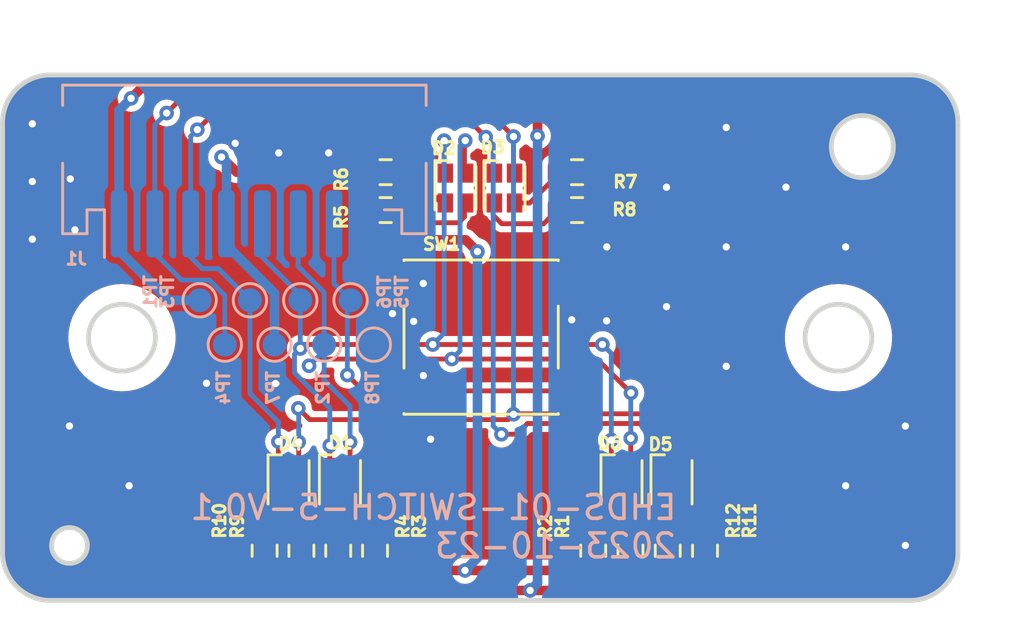
<source format=kicad_pcb>
(kicad_pcb (version 20221018) (generator pcbnew)
  (title_block (title "EHDS-01 Switch-5") (date "2024-01-18") (rev "V0.1") (company "Ovobot") (comment 1 "EHDS-01 Switch-5副板，V0.1，40x22x1.2mm ，FR4，2层，绿油白字，无铅喷锡"))
  (layers (0 "F.Cu" signal) (31 "B.Cu" signal) (34 "B.Paste" user) (35 "F.Paste" user) (36 "B.SilkS" user "B.Silkscreen") (37 "F.SilkS" user "F.Silkscreen") (38 "B.Mask" user) (39 "F.Mask" user) (44 "Edge.Cuts" user))
  (net 0 "")
  (net 1 "GND")
  (net 2 "/CHG_ON_LED")
  (net 3 "/CHG_DONE_LED")
  (net 4 "+3V3")
  (net 5 "/LED_BLUE")
  (net 6 "/LED_RED")
  (net 7 "/IR_OUT")
  (net 8 "VPP")
  (net 9 "Net-(D1-A1)")
  (net 10 "Net-(D1-A2)")
  (net 11 "Net-(D2-A1)")
  (net 12 "Net-(D2-A2)")
  (net 13 "Net-(D3-A1)")
  (net 14 "Net-(D3-A2)")
  (net 15 "Net-(D4-A1)")
  (net 16 "Net-(D4-A2)")
  (net 17 "Net-(D5-A1)")
  (net 18 "Net-(D5-A2)")
  (net 19 "Net-(D6-A1)")
  (net 20 "Net-(D6-A2)")
  (footprint "Resistor_SMD:R_0603_1608Metric" (layer "F.Cu") (at 143.481333 130.053 -90)
    (fp_text reference "R9" (at -1.014 2.687333 90) (layer "F.SilkS") (effects (font (size 0.508 0.508))))
    (fp_text value "10K")
    (fp_line (start -0.237258 -0.5225) (end 0.237258 -0.5225) (stroke (width 0.12)) (layer "F.SilkS"))
    (fp_line (start -0.237258 0.5225) (end 0.237258 0.5225) (stroke (width 0.12)) (layer "F.SilkS"))
    (pad "1" smd roundrect (at -0.825 0 270) (size 0.8 0.95) (layers "F.Cu" "F.Paste" "F.Mask") (net 15 "Net-(D4-A1)"))
    (pad "2" smd roundrect (at 0.825 0 270) (size 0.8 0.95) (layers "F.Cu" "F.Paste" "F.Mask") (net 8 "VPP"))
  )
  (footprint "Ovo_LED_SMD:LED_Dual_1.6x1.5mm" (layer "F.Cu") (at 156.883 127.187 90)
    (fp_text reference "D6" (at 1.623 -0.486 unlocked) (layer "F.SilkS") (effects (font (size 0.508 0.508))))
    (fp_text value "LED_Dual_Red_Blue_AKAK")
    (fp_line (start -0.91 -0.86) (end 1.15 -0.86) (stroke (width 0.12)) (layer "F.SilkS"))
    (fp_line (start -0.91 0.86) (end 0.91 0.86) (stroke (width 0.12)) (layer "F.SilkS"))
    (fp_line (start 1.15 -0.86) (end 1.15 -0.3) (stroke (width 0.12)) (layer "F.SilkS"))
    (pad "1" smd rect (at -0.625 0.425 90) (size 0.8 0.65) (layers "F.Cu" "F.Paste" "F.Mask") (net 19 "Net-(D6-A1)"))
    (pad "2" smd rect (at 0.625 0.425 90) (size 0.8 0.65) (layers "F.Cu" "F.Paste" "F.Mask") (net 6 "/LED_RED"))
    (pad "3" smd rect (at -0.625 -0.425 90) (size 0.8 0.65) (layers "F.Cu" "F.Paste" "F.Mask") (net 20 "Net-(D6-A2)"))
    (pad "4" smd rect (at 0.625 -0.425 90) (size 0.8 0.65) (layers "F.Cu" "F.Paste" "F.Mask") (net 5 "/LED_BLUE"))
  )
  (footprint "Resistor_SMD:R_0603_1608Metric" (layer "F.Cu") (at 155.022 114.204)
    (fp_text reference "R7" (at 2.025 0.405) (layer "F.SilkS") (effects (font (size 0.508 0.508))))
    (fp_text value "20K")
    (fp_line (start -0.237258 -0.5225) (end 0.237258 -0.5225) (stroke (width 0.12)) (layer "F.SilkS"))
    (fp_line (start -0.237258 0.5225) (end 0.237258 0.5225) (stroke (width 0.12)) (layer "F.SilkS"))
    (pad "1" smd roundrect (at -0.825 0) (size 0.8 0.95) (layers "F.Cu" "F.Paste" "F.Mask") (net 13 "Net-(D3-A1)"))
    (pad "2" smd roundrect (at 0.825 0) (size 0.8 0.95) (layers "F.Cu" "F.Paste" "F.Mask") (net 8 "VPP"))
  )
  (footprint "Resistor_SMD:R_0603_1608Metric" (layer "F.Cu") (at 141.94 130.053 -90)
    (fp_text reference "R10" (at -1.255905 1.887 90) (layer "F.SilkS") (effects (font (size 0.508 0.508))))
    (fp_text value "10K")
    (fp_line (start -0.237258 -0.5225) (end 0.237258 -0.5225) (stroke (width 0.12)) (layer "F.SilkS"))
    (fp_line (start -0.237258 0.5225) (end 0.237258 0.5225) (stroke (width 0.12)) (layer "F.SilkS"))
    (pad "1" smd roundrect (at -0.825 0 270) (size 0.8 0.95) (layers "F.Cu" "F.Paste" "F.Mask") (net 16 "Net-(D4-A2)"))
    (pad "2" smd roundrect (at 0.825 0 270) (size 0.8 0.95) (layers "F.Cu" "F.Paste" "F.Mask") (net 8 "VPP"))
  )
  (footprint "Ovo_LED_SMD:LED_Dual_1.6x1.5mm" (layer "F.Cu") (at 142.943 127.187 90)
    (fp_text reference "D4" (at 1.60222 0.072873 unlocked) (layer "F.SilkS") (effects (font (size 0.508 0.508))))
    (fp_text value "LED_Dual_Orange_Green_AKAK")
    (fp_line (start -0.91 -0.86) (end 1.15 -0.86) (stroke (width 0.12)) (layer "F.SilkS"))
    (fp_line (start -0.91 0.86) (end 0.91 0.86) (stroke (width 0.12)) (layer "F.SilkS"))
    (fp_line (start 1.15 -0.86) (end 1.15 -0.3) (stroke (width 0.12)) (layer "F.SilkS"))
    (pad "1" smd rect (at -0.625 0.425 90) (size 0.8 0.65) (layers "F.Cu" "F.Paste" "F.Mask") (net 15 "Net-(D4-A1)"))
    (pad "2" smd rect (at 0.625 0.425 90) (size 0.8 0.65) (layers "F.Cu" "F.Paste" "F.Mask") (net 2 "/CHG_ON_LED"))
    (pad "3" smd rect (at -0.625 -0.425 90) (size 0.8 0.65) (layers "F.Cu" "F.Paste" "F.Mask") (net 16 "Net-(D4-A2)"))
    (pad "4" smd rect (at 0.625 -0.425 90) (size 0.8 0.65) (layers "F.Cu" "F.Paste" "F.Mask") (net 3 "/CHG_DONE_LED"))
  )
  (footprint "Ovo_LED_SMD:LED_Dual_1.6x1.5mm" (layer "F.Cu") (at 158.977 127.187 90)
    (fp_text reference "D5" (at 1.587 -0.457 unlocked) (layer "F.SilkS") (effects (font (size 0.508 0.508))))
    (fp_text value "LED_Dual_Orange_Green_AKAK")
    (fp_line (start -0.91 -0.86) (end 1.15 -0.86) (stroke (width 0.12)) (layer "F.SilkS"))
    (fp_line (start -0.91 0.86) (end 0.91 0.86) (stroke (width 0.12)) (layer "F.SilkS"))
    (fp_line (start 1.15 -0.86) (end 1.15 -0.3) (stroke (width 0.12)) (layer "F.SilkS"))
    (pad "1" smd rect (at -0.625 0.425 90) (size 0.8 0.65) (layers "F.Cu" "F.Paste" "F.Mask") (net 17 "Net-(D5-A1)"))
    (pad "2" smd rect (at 0.625 0.425 90) (size 0.8 0.65) (layers "F.Cu" "F.Paste" "F.Mask") (net 2 "/CHG_ON_LED"))
    (pad "3" smd rect (at -0.625 -0.425 90) (size 0.8 0.65) (layers "F.Cu" "F.Paste" "F.Mask") (net 18 "Net-(D5-A2)"))
    (pad "4" smd rect (at 0.625 -0.425 90) (size 0.8 0.65) (layers "F.Cu" "F.Paste" "F.Mask") (net 3 "/CHG_DONE_LED"))
  )
  (footprint "Resistor_SMD:R_0603_1608Metric" (layer "F.Cu") (at 155.022 115.79)
    (fp_text reference "R8" (at 1.985 -0.018) (layer "F.SilkS") (effects (font (size 0.508 0.508))))
    (fp_text value "20K")
    (fp_line (start -0.237258 -0.5225) (end 0.237258 -0.5225) (stroke (width 0.12)) (layer "F.SilkS"))
    (fp_line (start -0.237258 0.5225) (end 0.237258 0.5225) (stroke (width 0.12)) (layer "F.SilkS"))
    (pad "1" smd roundrect (at -0.825 0) (size 0.8 0.95) (layers "F.Cu" "F.Paste" "F.Mask") (net 14 "Net-(D3-A2)"))
    (pad "2" smd roundrect (at 0.825 0) (size 0.8 0.95) (layers "F.Cu" "F.Paste" "F.Mask") (net 8 "VPP"))
  )
  (footprint "Resistor_SMD:R_0603_1608Metric" (layer "F.Cu") (at 147.007 115.79 180)
    (fp_text reference "R5" (at 1.861 -0.293 90) (layer "F.SilkS") (effects (font (size 0.508 0.508))))
    (fp_text value "1K")
    (fp_line (start -0.237258 -0.5225) (end 0.237258 -0.5225) (stroke (width 0.12)) (layer "F.SilkS"))
    (fp_line (start -0.237258 0.5225) (end 0.237258 0.5225) (stroke (width 0.12)) (layer "F.SilkS"))
    (pad "1" smd roundrect (at -0.825 0 180) (size 0.8 0.95) (layers "F.Cu" "F.Paste" "F.Mask") (net 11 "Net-(D2-A1)"))
    (pad "2" smd roundrect (at 0.825 0 180) (size 0.8 0.95) (layers "F.Cu" "F.Paste" "F.Mask") (net 4 "+3V3"))
  )
  (footprint "Ovo_LED_SMD:LED_Dual_1.6x1.5mm" (layer "F.Cu") (at 151.983 114.869 90)
    (fp_text reference "D3" (at 1.702 -0.496 unlocked) (layer "F.SilkS") (effects (font (size 0.508 0.508))))
    (fp_text value "LED_Dual_Orange_Green_AKAK")
    (fp_line (start -0.91 -0.86) (end 1.15 -0.86) (stroke (width 0.12)) (layer "F.SilkS"))
    (fp_line (start -0.91 0.86) (end 0.91 0.86) (stroke (width 0.12)) (layer "F.SilkS"))
    (fp_line (start 1.15 -0.86) (end 1.15 -0.3) (stroke (width 0.12)) (layer "F.SilkS"))
    (pad "1" smd rect (at -0.625 0.425 90) (size 0.8 0.65) (layers "F.Cu" "F.Paste" "F.Mask") (net 13 "Net-(D3-A1)"))
    (pad "2" smd rect (at 0.625 0.425 90) (size 0.8 0.65) (layers "F.Cu" "F.Paste" "F.Mask") (net 2 "/CHG_ON_LED"))
    (pad "3" smd rect (at -0.625 -0.425 90) (size 0.8 0.65) (layers "F.Cu" "F.Paste" "F.Mask") (net 14 "Net-(D3-A2)"))
    (pad "4" smd rect (at 0.625 -0.425 90) (size 0.8 0.65) (layers "F.Cu" "F.Paste" "F.Mask") (net 3 "/CHG_DONE_LED"))
  )
  (footprint "Resistor_SMD:R_0603_1608Metric" (layer "F.Cu") (at 155.698 130.053 -90)
    (fp_text reference "R2" (at -1.014 2.004 90) (layer "F.SilkS") (effects (font (size 0.508 0.508))))
    (fp_text value "330R")
    (fp_line (start -0.237258 -0.5225) (end 0.237258 -0.5225) (stroke (width 0.12)) (layer "F.SilkS"))
    (fp_line (start -0.237258 0.5225) (end 0.237258 0.5225) (stroke (width 0.12)) (layer "F.SilkS"))
    (pad "1" smd roundrect (at -0.825 0 270) (size 0.8 0.95) (layers "F.Cu" "F.Paste" "F.Mask") (net 20 "Net-(D6-A2)"))
    (pad "2" smd roundrect (at 0.825 0 270) (size 0.8 0.95) (layers "F.Cu" "F.Paste" "F.Mask") (net 4 "+3V3"))
  )
  (footprint "Resistor_SMD:R_0603_1608Metric" (layer "F.Cu") (at 146.564 130.053 -90)
    (fp_text reference "R3" (at -1.014 -1.85 90) (layer "F.SilkS") (effects (font (size 0.508 0.508))))
    (fp_text value "330R")
    (fp_line (start -0.237258 -0.5225) (end 0.237258 -0.5225) (stroke (width 0.12)) (layer "F.SilkS"))
    (fp_line (start -0.237258 0.5225) (end 0.237258 0.5225) (stroke (width 0.12)) (layer "F.SilkS"))
    (pad "1" smd roundrect (at -0.825 0 270) (size 0.8 0.95) (layers "F.Cu" "F.Paste" "F.Mask") (net 9 "Net-(D1-A1)"))
    (pad "2" smd roundrect (at 0.825 0 270) (size 0.8 0.95) (layers "F.Cu" "F.Paste" "F.Mask") (net 4 "+3V3"))
  )
  (footprint "Resistor_SMD:R_0603_1608Metric" (layer "F.Cu") (at 158.82 130.053 -90)
    (fp_text reference "R12" (at -1.255905 -2.742104 90) (layer "F.SilkS") (effects (font (size 0.508 0.508))))
    (fp_text value "10K")
    (fp_line (start -0.237258 -0.5225) (end 0.237258 -0.5225) (stroke (width 0.12)) (layer "F.SilkS"))
    (fp_line (start -0.237258 0.5225) (end 0.237258 0.5225) (stroke (width 0.12)) (layer "F.SilkS"))
    (pad "1" smd roundrect (at -0.825 0 270) (size 0.8 0.95) (layers "F.Cu" "F.Paste" "F.Mask") (net 18 "Net-(D5-A2)"))
    (pad "2" smd roundrect (at 0.825 0 270) (size 0.8 0.95) (layers "F.Cu" "F.Paste" "F.Mask") (net 8 "VPP"))
  )
  (footprint "Resistor_SMD:R_0603_1608Metric" (layer "F.Cu") (at 147.007 114.204 180)
    (fp_text reference "R6" (at 1.855 -0.3 90) (layer "F.SilkS") (effects (font (size 0.508 0.508))))
    (fp_text value "1K")
    (fp_line (start -0.237258 -0.5225) (end 0.237258 -0.5225) (stroke (width 0.12)) (layer "F.SilkS"))
    (fp_line (start -0.237258 0.5225) (end 0.237258 0.5225) (stroke (width 0.12)) (layer "F.SilkS"))
    (pad "1" smd roundrect (at -0.825 0 180) (size 0.8 0.95) (layers "F.Cu" "F.Paste" "F.Mask") (net 12 "Net-(D2-A2)"))
    (pad "2" smd roundrect (at 0.825 0 180) (size 0.8 0.95) (layers "F.Cu" "F.Paste" "F.Mask") (net 4 "+3V3"))
  )
  (footprint "Resistor_SMD:R_0603_1608Metric" (layer "F.Cu") (at 160.381 130.053 -90)
    (fp_text reference "R11" (at -1.255905 -1.864 90) (layer "F.SilkS") (effects (font (size 0.508 0.508))))
    (fp_text value "10K")
    (fp_line (start -0.237258 -0.5225) (end 0.237258 -0.5225) (stroke (width 0.12)) (layer "F.SilkS"))
    (fp_line (start -0.237258 0.5225) (end 0.237258 0.5225) (stroke (width 0.12)) (layer "F.SilkS"))
    (pad "1" smd roundrect (at -0.825 0 270) (size 0.8 0.95) (layers "F.Cu" "F.Paste" "F.Mask") (net 17 "Net-(D5-A1)"))
    (pad "2" smd roundrect (at 0.825 0 270) (size 0.8 0.95) (layers "F.Cu" "F.Paste" "F.Mask") (net 8 "VPP"))
  )
  (footprint "Ovo_LED_SMD:LED_Dual_1.6x1.5mm" (layer "F.Cu") (at 145.094 127.187 90)
    (fp_text reference "D1" (at 1.653675 0.021751 unlocked) (layer "F.SilkS") (effects (font (size 0.508 0.508))))
    (fp_text value "LED_Dual_Red_Blue_AKAK")
    (fp_line (start -0.91 -0.86) (end 1.15 -0.86) (stroke (width 0.12)) (layer "F.SilkS"))
    (fp_line (start -0.91 0.86) (end 0.91 0.86) (stroke (width 0.12)) (layer "F.SilkS"))
    (fp_line (start 1.15 -0.86) (end 1.15 -0.3) (stroke (width 0.12)) (layer "F.SilkS"))
    (pad "1" smd rect (at -0.625 0.425 90) (size 0.8 0.65) (layers "F.Cu" "F.Paste" "F.Mask") (net 9 "Net-(D1-A1)"))
    (pad "2" smd rect (at 0.625 0.425 90) (size 0.8 0.65) (layers "F.Cu" "F.Paste" "F.Mask") (net 6 "/LED_RED"))
    (pad "3" smd rect (at -0.625 -0.425 90) (size 0.8 0.65) (layers "F.Cu" "F.Paste" "F.Mask") (net 10 "Net-(D1-A2)"))
    (pad "4" smd rect (at 0.625 -0.425 90) (size 0.8 0.65) (layers "F.Cu" "F.Paste" "F.Mask") (net 5 "/LED_BLUE"))
  )
  (footprint "Resistor_SMD:R_0603_1608Metric" (layer "F.Cu") (at 145.022666 130.053 -90)
    (fp_text reference "R4" (at -1.014 -2.708245 90) (layer "F.SilkS") (effects (font (size 0.508 0.508))))
    (fp_text value "330R")
    (fp_line (start -0.237258 -0.5225) (end 0.237258 -0.5225) (stroke (width 0.12)) (layer "F.SilkS"))
    (fp_line (start -0.237258 0.5225) (end 0.237258 0.5225) (stroke (width 0.12)) (layer "F.SilkS"))
    (pad "1" smd roundrect (at -0.825 0 270) (size 0.8 0.95) (layers "F.Cu" "F.Paste" "F.Mask") (net 10 "Net-(D1-A2)"))
    (pad "2" smd roundrect (at 0.825 0 270) (size 0.8 0.95) (layers "F.Cu" "F.Paste" "F.Mask") (net 4 "+3V3"))
  )
  (footprint "Ovo_LED_SMD:LED_Dual_1.6x1.5mm" (layer "F.Cu") (at 149.931 114.869 90)
    (fp_text reference "D2" (at 1.665 -0.487 unlocked) (layer "F.SilkS") (effects (font (size 0.508 0.508))))
    (fp_text value "LED_Dual_Red_Blue_AKAK")
    (fp_line (start -0.91 -0.86) (end 1.15 -0.86) (stroke (width 0.12)) (layer "F.SilkS"))
    (fp_line (start -0.91 0.86) (end 0.91 0.86) (stroke (width 0.12)) (layer "F.SilkS"))
    (fp_line (start 1.15 -0.86) (end 1.15 -0.3) (stroke (width 0.12)) (layer "F.SilkS"))
    (pad "1" smd rect (at -0.625 0.425 90) (size 0.8 0.65) (layers "F.Cu" "F.Paste" "F.Mask") (net 11 "Net-(D2-A1)"))
    (pad "2" smd rect (at 0.625 0.425 90) (size 0.8 0.65) (layers "F.Cu" "F.Paste" "F.Mask") (net 6 "/LED_RED"))
    (pad "3" smd rect (at -0.625 -0.425 90) (size 0.8 0.65) (layers "F.Cu" "F.Paste" "F.Mask") (net 12 "Net-(D2-A2)"))
    (pad "4" smd rect (at 0.625 -0.425 90) (size 0.8 0.65) (layers "F.Cu" "F.Paste" "F.Mask") (net 5 "/LED_BLUE"))
  )
  (footprint "Resistor_SMD:R_0603_1608Metric" (layer "F.Cu") (at 157.259 130.053 -90)
    (fp_text reference "R1" (at -1.014 2.850292 90) (layer "F.SilkS") (effects (font (size 0.508 0.508))))
    (fp_text value "330R")
    (fp_line (start -0.237258 -0.5225) (end 0.237258 -0.5225) (stroke (width 0.12)) (layer "F.SilkS"))
    (fp_line (start -0.237258 0.5225) (end 0.237258 0.5225) (stroke (width 0.12)) (layer "F.SilkS"))
    (pad "1" smd roundrect (at -0.825 0 270) (size 0.8 0.95) (layers "F.Cu" "F.Paste" "F.Mask") (net 19 "Net-(D6-A1)"))
    (pad "2" smd roundrect (at 0.825 0 270) (size 0.8 0.95) (layers "F.Cu" "F.Paste" "F.Mask") (net 4 "+3V3"))
  )
  (footprint "Ovo_Button_Switch_SMD:SW_Push_1P1T_NO_6x6mm_H5.0mm" (layer "F.Cu") (at 151.006 121.109)
    (fp_text reference "SW1" (at -1.652 -3.893) (layer "F.SilkS") (effects (font (size 0.508 0.508))))
    (fp_text value "6x6x5mm")
    (fp_line (start -3.23 -3.23) (end 3.23 -3.23) (stroke (width 0.12)) (layer "F.SilkS"))
    (fp_line (start -3.23 -3.2) (end -3.23 -3.23) (stroke (width 0.12)) (layer "F.SilkS"))
    (fp_line (start -3.23 -1.3) (end -3.23 1.3) (stroke (width 0.12)) (layer "F.SilkS"))
    (fp_line (start -3.23 3.23) (end -3.23 3.2) (stroke (width 0.12)) (layer "F.SilkS"))
    (fp_line (start -3.23 3.23) (end 3.23 3.23) (stroke (width 0.12)) (layer "F.SilkS"))
    (fp_line (start 3.23 -3.23) (end 3.23 -3.2) (stroke (width 0.12)) (layer "F.SilkS"))
    (fp_line (start 3.23 -1.3) (end 3.23 1.3) (stroke (width 0.12)) (layer "F.SilkS"))
    (fp_line (start 3.23 3.23) (end 3.23 3.2) (stroke (width 0.12)) (layer "F.SilkS"))
    (pad "1" smd rect (at -3.975 -2.25) (size 1.55 1.3) (layers "F.Cu" "F.Paste" "F.Mask") (net 1 "GND"))
    (pad "1" smd rect (at 3.975 -2.25) (size 1.55 1.3) (layers "F.Cu" "F.Paste" "F.Mask") (net 1 "GND"))
    (pad "2" smd rect (at -3.975 2.25) (size 1.55 1.3) (layers "F.Cu" "F.Paste" "F.Mask") (net 7 "/IR_OUT"))
    (pad "2" smd rect (at 3.975 2.25) (size 1.55 1.3) (layers "F.Cu" "F.Paste" "F.Mask") (net 7 "/IR_OUT"))
  )
  (footprint "TestPoint:TestPoint_Pad_D1.0mm" (layer "B.Cu") (at 145.541332 119.567 180)
    (fp_text reference "TP5" (at -2.141668 0.34 90) (layer "B.SilkS") (effects (font (size 0.508 0.508)) (justify mirror)))
    (fp_text value "IR_OUT")
    (fp_circle (center 0 0) (end 0 -0.7) (stroke (width 0.12)) (fill none) (layer "B.SilkS"))
    (pad "1" smd circle (at 0 0 180) (size 1 1) (layers "B.Cu" "B.Mask") (net 7 "/IR_OUT"))
  )
  (footprint "TestPoint:TestPoint_Pad_D1.0mm" (layer "B.Cu") (at 142.353666 121.424 180)
    (fp_text reference "TP7" (at 0.057 -1.812 90) (layer "B.SilkS") (effects (font (size 0.508 0.508)) (justify mirror)))
    (fp_text value "3V3")
    (fp_circle (center 0 0) (end 0 -0.7) (stroke (width 0.12)) (fill none) (layer "B.SilkS"))
    (pad "1" smd circle (at 0 0 180) (size 1 1) (layers "B.Cu" "B.Mask") (net 4 "+3V3"))
  )
  (footprint "Ovo_Connector_JST:JST_ZH_S8B-ZR-SM4-TF_1x08-1MP_P1.50mm_Horizontal" (layer "B.Cu") (at 141.094 114.719)
    (fp_text reference "J1" (at -7.04 3.109 180) (layer "B.SilkS") (effects (font (size 0.508 0.508)) (justify mirror)))
    (fp_text value "ZH1.5MM/8AWSMT")
    (fp_line (start -7.61 -4.16) (end 7.61 -4.16) (stroke (width 0.12)) (layer "B.SilkS"))
    (fp_line (start -7.61 -3.31) (end -7.61 -4.16) (stroke (width 0.12)) (layer "B.SilkS"))
    (fp_line (start -7.61 -0.89) (end -7.61 2.06) (stroke (width 0.12)) (layer "B.SilkS"))
    (fp_line (start -7.61 2.06) (end -6.59 2.06) (stroke (width 0.12)) (layer "B.SilkS"))
    (fp_line (start -6.59 1.06) (end -5.86 1.06) (stroke (width 0.12)) (layer "B.SilkS"))
    (fp_line (start -6.59 2.06) (end -6.59 1.06) (stroke (width 0.12)) (layer "B.SilkS"))
    (fp_line (start -5.86 1.06) (end -5.86 3.05) (stroke (width 0.12)) (layer "B.SilkS"))
    (fp_line (start 6.59 1.06) (end 5.86 1.06) (stroke (width 0.12)) (layer "B.SilkS"))
    (fp_line (start 6.59 2.06) (end 6.59 1.06) (stroke (width 0.12)) (layer "B.SilkS"))
    (fp_line (start 7.61 -4.16) (end 7.61 -3.31) (stroke (width 0.12)) (layer "B.SilkS"))
    (fp_line (start 7.61 -0.89) (end 7.61 2.06) (stroke (width 0.12)) (layer "B.SilkS"))
    (fp_line (start 7.61 2.06) (end 6.59 2.06) (stroke (width 0.12)) (layer "B.SilkS"))
    (pad "1" smd roundrect (at -5.25 1.65) (size 0.7 2.8) (layers "B.Cu" "B.Paste" "B.Mask") (net 8 "VPP"))
    (pad "2" smd roundrect (at -3.75 1.65) (size 0.7 2.8) (layers "B.Cu" "B.Paste" "B.Mask") (net 2 "/CHG_ON_LED"))
    (pad "3" smd roundrect (at -2.25 1.65) (size 0.7 2.8) (layers "B.Cu" "B.Paste" "B.Mask") (net 3 "/CHG_DONE_LED"))
    (pad "4" smd roundrect (at -0.75 1.65) (size 0.7 2.8) (layers "B.Cu" "B.Paste" "B.Mask") (net 4 "+3V3"))
    (pad "5" smd roundrect (at 0.75 1.65) (size 0.7 2.8) (layers "B.Cu" "B.Paste" "B.Mask") (net 5 "/LED_BLUE"))
    (pad "6" smd roundrect (at 2.25 1.65) (size 0.7 2.8) (layers "B.Cu" "B.Paste" "B.Mask") (net 6 "/LED_RED"))
    (pad "7" smd roundrect (at 3.75 1.65) (size 0.7 2.8) (layers "B.Cu" "B.Paste" "B.Mask") (net 7 "/IR_OUT"))
    (pad "8" smd roundrect (at 5.25 1.65) (size 0.7 2.8) (layers "B.Cu" "B.Paste" "B.Mask") (net 1 "GND"))
    (pad "MP" smd roundrect (at -7.2 -2.1) (size 1.1 1.9) (layers "B.Cu" "B.Paste" "B.Mask") (roundrect_rratio 0.2272727273) (net 1 "GND"))
    (pad "MP" smd roundrect (at 7.2 -2.1) (size 1.1 1.9) (layers "B.Cu" "B.Paste" "B.Mask") (roundrect_rratio 0.2272727273) (net 1 "GND"))
  )
  (footprint "TestPoint:TestPoint_Pad_D1.0mm" (layer "B.Cu") (at 140.274 121.424 180)
    (fp_text reference "TP4" (at 0.057 -1.812 90) (layer "B.SilkS") (effects (font (size 0.508 0.508)) (justify mirror)))
    (fp_text value "CHG_ON_LED")
    (fp_circle (center 0 0) (end 0 -0.7) (stroke (width 0.12)) (fill none) (layer "B.SilkS"))
    (pad "1" smd circle (at 0 0 180) (size 1 1) (layers "B.Cu" "B.Mask") (net 2 "/CHG_ON_LED"))
  )
  (footprint "TestPoint:TestPoint_Pad_D1.0mm" (layer "B.Cu") (at 143.433998 119.567 180)
    (fp_text reference "TP6" (at -3.520002 0.34 90) (layer "B.SilkS") (effects (font (size 0.508 0.508)) (justify mirror)))
    (fp_text value "LED_BLUE")
    (fp_circle (center 0 0) (end 0 -0.7) (stroke (width 0.12)) (fill none) (layer "B.SilkS"))
    (pad "1" smd circle (at 0 0 180) (size 1 1) (layers "B.Cu" "B.Mask") (net 5 "/LED_BLUE"))
  )
  (footprint "TestPoint:TestPoint_Pad_D1.0mm" (layer "B.Cu") (at 139.219332 119.567 180)
    (fp_text reference "TP1" (at 2.057332 0.353 90) (layer "B.SilkS") (effects (font (size 0.508 0.508)) (justify mirror)))
    (fp_text value "VPP")
    (fp_circle (center 0 0) (end 0 -0.7) (stroke (width 0.12)) (fill none) (layer "B.SilkS"))
    (pad "1" smd circle (at 0 0 180) (size 1 1) (layers "B.Cu" "B.Mask") (net 8 "VPP"))
  )
  (footprint "TestPoint:TestPoint_Pad_D1.0mm" (layer "B.Cu") (at 144.433332 121.424 180)
    (fp_text reference "TP2" (at 0.057 -1.812 90) (layer "B.SilkS") (effects (font (size 0.508 0.508)) (justify mirror)))
    (fp_text value "LED_RED")
    (fp_circle (center 0 0) (end 0 -0.7) (stroke (width 0.12)) (fill none) (layer "B.SilkS"))
    (pad "1" smd circle (at 0 0 180) (size 1 1) (layers "B.Cu" "B.Mask") (net 6 "/LED_RED"))
  )
  (footprint "TestPoint:TestPoint_Pad_D1.0mm" (layer "B.Cu") (at 146.513 121.424 180)
    (fp_text reference "TP8" (at 0.057 -1.812 90) (layer "B.SilkS") (effects (font (size 0.508 0.508)) (justify mirror)))
    (fp_text value "GND")
    (fp_circle (center 0 0) (end 0 -0.7) (stroke (width 0.12)) (fill none) (layer "B.SilkS"))
    (pad "1" smd circle (at 0 0 180) (size 1 1) (layers "B.Cu" "B.Mask") (net 1 "GND"))
  )
  (footprint "TestPoint:TestPoint_Pad_D1.0mm" (layer "B.Cu") (at 141.326665 119.567 180)
    (fp_text reference "TP3" (at 3.455665 0.353 90) (layer "B.SilkS") (effects (font (size 0.508 0.508)) (justify mirror)))
    (fp_text value "CHG_DONE_LED")
    (fp_circle (center 0 0) (end 0 -0.7) (stroke (width 0.12)) (fill none) (layer "B.SilkS"))
    (pad "1" smd circle (at 0 0 180) (size 1 1) (layers "B.Cu" "B.Mask") (net 3 "/CHG_DONE_LED"))
  )
  (gr_line (start 170.969 130.133) (end 170.969 112.133) (stroke (width 0.2)) (layer "Edge.Cuts"))
  (gr_arc (start 132.969 132.133) (mid 131.554772 131.547224) (end 130.969 130.133) (stroke (width 0.2)) (layer "Edge.Cuts"))
  (gr_circle (center 135.969 121.133) (end 137.369 121.133) (stroke (width 0.2)) (fill none) (layer "Edge.Cuts"))
  (gr_line (start 168.969 132.133) (end 132.969 132.133) (stroke (width 0.2)) (layer "Edge.Cuts"))
  (gr_arc (start 168.969 110.133) (mid 170.383199 110.718797) (end 170.969 112.133) (stroke (width 0.2)) (layer "Edge.Cuts"))
  (gr_line (start 130.969 112.133) (end 130.969 130.133) (stroke (width 0.2)) (layer "Edge.Cuts"))
  (gr_arc (start 130.969 112.133) (mid 131.554795 110.718809) (end 132.969 110.133) (stroke (width 0.2)) (layer "Edge.Cuts"))
  (gr_line (start 168.969 110.133) (end 132.969 110.133) (stroke (width 0.2)) (layer "Edge.Cuts"))
  (gr_circle (center 133.769 129.833) (end 134.519 129.833) (stroke (width 0.2)) (fill none) (layer "Edge.Cuts"))
  (gr_circle (center 165.969 121.133) (end 167.369 121.133) (stroke (width 0.2)) (fill none) (layer "Edge.Cuts"))
  (gr_arc (start 170.969 130.133) (mid 170.383222 131.547237) (end 168.969 132.133) (stroke (width 0.2)) (layer "Edge.Cuts"))
  (gr_circle (center 166.969 113.133) (end 168.269 113.133) (stroke (width 0.2)) (fill none) (layer "Edge.Cuts"))
  (gr_text "EHDS-01-SWITCH-5-V0.1\n2023-10-23\n\n\n" (at 159.274 130.658) (layer "B.SilkS") (effects (font (size 1 1)) (justify left mirror)))
  (via (at 148.586 122.721) (size 0.6096) (drill 0.3048) (layers "F.Cu" "B.Cu") (net 1))
  (via (at 144.623 113.397) (size 0.6096) (drill 0.3048) (layers "F.Cu" "B.Cu") (net 1))
  (via (at 156.259 120.429) (size 0.6096) (drill 0.3048) (layers "F.Cu" "B.Cu") (net 1))
  (via (at 148.891 125.384) (size 0.6096) (drill 0.3048) (layers "F.Cu" "B.Cu") (net 1))
  (via (at 132.214 112.178) (size 0.6096) (drill 0.3048) (layers "F.Cu" "B.Cu") (net 1))
  (via (at 140.71 112.995) (size 0.6096) (drill 0.3048) (layers "F.Cu" "B.Cu") (net 1))
  (via (at 156.269 117.333) (size 0.6096) (drill 0.3048) (layers "F.Cu" "B.Cu") (net 1))
  (via (at 133.769 124.833) (size 0.6096) (drill 0.3048) (layers "F.Cu" "B.Cu") (net 1))
  (via (at 139.506 123.041) (size 0.6096) (drill 0.3048) (layers "F.Cu" "B.Cu") (net 1))
  (via (at 166.269 127.333) (size 0.6096) (drill 0.3048) (layers "F.Cu" "B.Cu") (net 1))
  (via (at 132.214 114.5945) (size 0.6096) (drill 0.3048) (layers "F.Cu" "B.Cu") (net 1))
  (via (at 148.182 120.451) (size 0.6096) (drill 0.3048) (layers "F.Cu" "B.Cu") (net 1))
  (via (at 142.398 123.053) (size 0.6096) (drill 0.3048) (layers "F.Cu" "B.Cu") (net 1))
  (via (at 132.214 117.011) (size 0.6096) (drill 0.3048) (layers "F.Cu" "B.Cu") (net 1))
  (via (at 158.769 119.833) (size 0.6096) (drill 0.3048) (layers "F.Cu" "B.Cu") (net 1))
  (via (at 136.269 127.333) (size 0.6096) (drill 0.3048) (layers "F.Cu" "B.Cu") (net 1))
  (via (at 147.295 120.124) (size 0.6096) (drill 0.3048) (layers "F.Cu" "B.Cu") (net 1))
  (via (at 163.769 114.833) (size 0.6096) (drill 0.3048) (layers "F.Cu" "B.Cu") (net 1))
  (via (at 142.533 113.397) (size 0.6096) (drill 0.3048) (layers "F.Cu" "B.Cu") (net 1))
  (via (at 133.999 116.619) (size 0.6096) (drill 0.3048) (layers "F.Cu" "B.Cu") (net 1))
  (via (at 148.584 118.863) (size 0.6096) (drill 0.3048) (layers "F.Cu" "B.Cu") (net 1))
  (via (at 161.269 112.333) (size 0.6096) (drill 0.3048) (layers "F.Cu" "B.Cu") (net 1))
  (via (at 133.804 114.486) (size 0.6096) (drill 0.3048) (layers "F.Cu" "B.Cu") (net 1))
  (via (at 161.269 117.333) (size 0.6096) (drill 0.3048) (layers "F.Cu" "B.Cu") (net 1))
  (via (at 161.269 122.333) (size 0.6096) (drill 0.3048) (layers "F.Cu" "B.Cu") (net 1))
  (via (at 154.801 120.385) (size 0.6096) (drill 0.3048) (layers "F.Cu" "B.Cu") (net 1))
  (via (at 166.269 117.333) (size 0.6096) (drill 0.3048) (layers "F.Cu" "B.Cu") (net 1))
  (via (at 168.769 124.833) (size 0.6096) (drill 0.3048) (layers "F.Cu" "B.Cu") (net 1))
  (via (at 168.769 129.833) (size 0.6096) (drill 0.3048) (layers "F.Cu" "B.Cu") (net 1))
  (via (at 158.769 114.833) (size 0.6096) (drill 0.3048) (layers "F.Cu" "B.Cu") (net 1))
  (segment (start 143.368 125.502) (end 143.367 125.501) (width 0.2032) (layer "F.Cu") (net 2))
  (segment (start 158.4736 124.3276) (end 159.402 125.256) (width 0.2032) (layer "F.Cu") (net 2))
  (segment (start 138.3852 111.1808) (end 137.8385 111.7275) (width 0.2032) (layer "F.Cu") (net 2))
  (segment (start 152.1394 124.5636) (end 143.8266 124.5636) (width 0.2032) (layer "F.Cu") (net 2))
  (segment (start 152.361 112.71) (end 152.361 113.98) (width 0.2032) (layer "F.Cu") (net 2))
  (segment (start 152.3834 124.3196) (end 157.752 124.3196) (width 0.2032) (layer "F.Cu") (net 2))
  (segment (start 143.368 126.562) (end 143.368 125.502) (width 0.2032) (layer "F.Cu") (net 2))
  (segment (start 152.361 124.342) (end 152.1394 124.5636) (width 0.2032) (layer "F.Cu") (net 2))
  (segment (start 157.752 124.3196) (end 157.76 124.3276) (width 0.2032) (layer "F.Cu") (net 2))
  (segment (start 150.8318 111.1808) (end 138.3852 111.1808) (width 0.2032) (layer "F.Cu") (net 2))
  (segment (start 152.361 112.71) (end 150.8318 111.1808) (width 0.2032) (layer "F.Cu") (net 2))
  (segment (start 159.402 125.256) (end 159.402 126.562) (width 0.2032) (layer "F.Cu") (net 2))
  (segment (start 143.8266 124.5636) (end 143.353 124.09) (width 0.2032) (layer "F.Cu") (net 2))
  (segment (start 152.361 124.342) (end 152.3834 124.3196) (width 0.2032) (layer "F.Cu") (net 2))
  (segment (start 157.76 124.3276) (end 158.4736 124.3276) (width 0.2032) (layer "F.Cu") (net 2))
  (via (at 152.361 124.342) (size 0.6096) (drill 0.3048) (layers "F.Cu" "B.Cu") (net 2))
  (via (at 143.353 124.09) (size 0.6096) (drill 0.3048) (layers "F.Cu" "B.Cu") (net 2))
  (via (at 152.361 112.71) (size 0.6096) (drill 0.3048) (layers "F.Cu" "B.Cu") (net 2))
  (via (at 143.367 125.501) (size 0.6096) (drill 0.3048) (layers "F.Cu" "B.Cu") (net 2))
  (via (at 137.8385 111.7275) (size 0.6096) (drill 0.3048) (layers "F.Cu" "B.Cu") (net 2))
  (segment (start 139.632 118.723) (end 138.468 118.723) (width 0.2032) (layer "B.Cu") (net 2))
  (segment (start 143.367 124.104) (end 143.353 124.09) (width 0.2032) (layer "B.Cu") (net 2))
  (segment (start 137.344 117.599) (end 137.344 116.369) (width 0.2032) (layer "B.Cu") (net 2))
  (segment (start 152.361 112.71) (end 152.361 124.342) (width 0.2032) (layer "B.Cu") (net 2))
  (segment (start 140.274 121.424) (end 140.274 119.365) (width 0.2032) (layer "B.Cu") (net 2))
  (segment (start 138.468 118.723) (end 137.344 117.599) (width 0.2032) (layer "B.Cu") (net 2))
  (segment (start 137.8385 111.7275) (end 137.344 112.222) (width 0.2032) (layer "B.Cu") (net 2))
  (segment (start 137.344 112.222) (end 137.344 116.369) (width 0.2032) (layer "B.Cu") (net 2))
  (segment (start 143.367 125.501) (end 143.367 124.104) (width 0.2032) (layer "B.Cu") (net 2))
  (segment (start 140.274 119.365) (end 139.632 118.723) (width 0.2032) (layer "B.Cu") (net 2))
  (segment (start 139.124 112.423) (end 139.564 111.983) (width 0.2032) (layer "F.Cu") (net 3))
  (segment (start 152.944 124.726) (end 157.583664 124.726) (width 0.2032) (layer "F.Cu") (net 3))
  (segment (start 157.591664 124.734) (end 158.095 124.734) (width 0.2032) (layer "F.Cu") (net 3))
  (segment (start 139.564 111.983) (end 150.447 111.983) (width 0.2032) (layer "F.Cu") (net 3))
  (segment (start 151.856 125.175546) (end 152.494454 125.175546) (width 0.2032) (layer "F.Cu") (net 3))
  (segment (start 158.095 124.734) (end 158.552 125.191) (width 0.2032) (layer "F.Cu") (net 3))
  (segment (start 150.447 111.983) (end 151.199 112.735) (width 0.2032) (layer "F.Cu") (net 3))
  (segment (start 151.199 112.735) (end 151.511 113.047) (width 0.2032) (layer "F.Cu") (net 3))
  (segment (start 158.552 125.191) (end 158.552 126.562) (width 0.2032) (layer "F.Cu") (net 3))
  (segment (start 151.511 113.047) (end 151.511 113.98) (width 0.2032) (layer "F.Cu") (net 3))
  (segment (start 157.583664 124.726) (end 157.591664 124.734) (width 0.2032) (layer "F.Cu") (net 3))
  (segment (start 152.494454 125.175546) (end 152.944 124.726) (width 0.2032) (layer "F.Cu") (net 3))
  (segment (start 142.518 125.484) (end 142.518 126.562) (width 0.2032) (layer "F.Cu") (net 3))
  (via (at 139.124 112.423) (size 0.6096) (drill 0.3048) (layers "F.Cu" "B.Cu") (net 3))
  (via (at 142.518 125.484) (size 0.6096) (drill 0.3048) (layers "F.Cu" "B.Cu") (net 3))
  (via (at 151.199 112.735) (size 0.6096) (drill 0.3048) (layers "F.Cu" "B.Cu") (net 3))
  (via (at 151.856 125.175546) (size 0.6096) (drill 0.3048) (layers "F.Cu" "B.Cu") (net 3))
  (segment (start 139.124 112.423) (end 138.844 112.703) (width 0.2032) (layer "B.Cu") (net 3))
  (segment (start 138.844 117.759) (end 138.844 116.369) (width 0.2032) (layer "B.Cu") (net 3))
  (segment (start 141.326665 119.567) (end 141.326665 123.470665) (width 0.2032) (layer "B.Cu") (net 3))
  (segment (start 151.856 125.175546) (end 151.512 124.831546) (width 0.2032) (layer "B.Cu") (net 3))
  (segment (start 140.001665 118.242) (end 139.327 118.242) (width 0.2032) (layer "B.Cu") (net 3))
  (segment (start 138.844 114.218) (end 138.844 116.369) (width 0.2032) (layer "B.Cu") (net 3))
  (segment (start 141.326665 123.470665) (end 142.518 124.662) (width 0.2032) (layer "B.Cu") (net 3))
  (segment (start 138.844 112.703) (end 138.844 114.218) (width 0.2032) (layer "B.Cu") (net 3))
  (segment (start 142.518 124.662) (end 142.518 125.484) (width 0.2032) (layer "B.Cu") (net 3))
  (segment (start 139.327 118.242) (end 138.844 117.759) (width 0.2032) (layer "B.Cu") (net 3))
  (segment (start 151.512 113.048) (end 151.199 112.735) (width 0.2032) (layer "B.Cu") (net 3))
  (segment (start 151.512 124.831546) (end 151.512 113.048) (width 0.2032) (layer "B.Cu") (net 3))
  (segment (start 141.326665 119.567) (end 140.001665 118.242) (width 0.2032) (layer "B.Cu") (net 3))
  (segment (start 146.131 115.485) (end 146.131 115.037) (width 0.4) (layer "F.Cu") (net 4))
  (segment (start 146.59 117.038) (end 146.131 116.579) (width 0.4) (layer "F.Cu") (net 4))
  (segment (start 150.362 117.038) (end 146.59 117.038) (width 0.4) (layer "F.Cu") (net 4))
  (segment (start 146.131 114.204) (end 146.131 114.828) (width 0.4) (layer "F.Cu") (net 4))
  (segment (start 146.131 116.579) (end 146.131 115.037) (width 0.4) (layer "F.Cu") (net 4))
  (segment (start 150.852 117.528) (end 150.362 117.038) (width 0.4) (layer "F.Cu") (net 4))
  (segment (start 140.135616 113.569384) (end 140.770232 114.204) (width 0.4) (layer "F.Cu") (net 4))
  (segment (start 145.022666 130.878) (end 150.329 130.878) (width 0.4) (layer "F.Cu") (net 4))
  (segment (start 150.329 130.878) (end 157.259 130.878) (width 0.4) (layer "F.Cu") (net 4))
  (segment (start 146.131 115.037) (end 146.131 114.828) (width 0.4) (layer "F.Cu") (net 4))
  (segment (start 140.770232 114.204) (end 146.131 114.204) (width 0.4) (layer "F.Cu") (net 4))
  (segment (start 146.131 114.828) (end 146.131 114.255) (width 0.4) (layer "F.Cu") (net 4))
  (via (at 140.135616 113.569384) (size 0.6096) (drill 0.3048) (layers "F.Cu" "B.Cu") (net 4))
  (via (at 150.852 117.528) (size 0.6096) (drill 0.3048) (layers "F.Cu" "B.Cu") (net 4))
  (via (at 150.329 130.878) (size 0.6096) (drill 0.3048) (layers "F.Cu" "B.Cu") (net 4))
  (segment (start 140.135616 113.569384) (end 140.344 113.777768) (width 0.4) (layer "B.Cu") (net 4))
  (segment (start 142.353666 119.272666) (end 142.353666 121.424) (width 0.4) (layer "B.Cu") (net 4))
  (segment (start 140.344 113.777768) (end 140.344 116.369) (width 0.4) (layer "B.Cu") (net 4))
  (segment (start 140.344 117.263) (end 142.353666 119.272666) (width 0.4) (layer "B.Cu") (net 4))
  (segment (start 150.329 130.878) (end 150.852 130.355) (width 0.4) (layer "B.Cu") (net 4))
  (segment (start 150.852 130.355) (end 150.852 117.528) (width 0.4) (layer "B.Cu") (net 4))
  (segment (start 156.456 125.417) (end 156.458 125.419) (width 0.2032) (layer "F.Cu") (net 5))
  (segment (start 144.669 125.651) (end 144.669 126.562) (width 0.2032) (layer "F.Cu") (net 5))
  (segment (start 156.458 125.419) (end 156.458 126.562) (width 0.2032) (layer "F.Cu") (net 5))
  (segment (start 149.459 113.976) (end 149.459 112.883) (width 0.2032) (layer "F.Cu") (net 5))
  (segment (start 149.459 112.883) (end 149.458 112.882) (width 0.2032) (layer "F.Cu") (net 5))
  (segment (start 143.599995 121.4189) (end 143.433998 121.584897) (width 0.2032) (layer "F.Cu") (net 5))
  (segment (start 156.085 121.4189) (end 143.599995 121.4189) (width 0.2032) (layer "F.Cu") (net 5))
  (via (at 143.433998 121.584897) (size 0.6096) (drill 0.3048) (layers "F.Cu" "B.Cu") (net 5))
  (via (at 156.085 121.4189) (size 0.6096) (drill 0.3048) (layers "F.Cu" "B.Cu") (net 5))
  (via (at 156.456 125.417) (size 0.6096) (drill 0.3048) (layers "F.Cu" "B.Cu") (net 5))
  (via (at 149.458 112.882) (size 0.6096) (drill 0.3048) (layers "F.Cu" "B.Cu") (net 5))
  (via (at 148.982 121.4189) (size 0.6096) (drill 0.3048) (layers "F.Cu" "B.Cu") (net 5))
  (via (at 144.669 125.651) (size 0.6096) (drill 0.3048) (layers "F.Cu" "B.Cu") (net 5))
  (segment (start 149.458 120.9429) (end 148.982 121.4189) (width 0.2032) (layer "B.Cu") (net 5))
  (segment (start 149.458 112.882) (end 149.458 120.9429) (width 0.2032) (layer "B.Cu") (net 5))
  (segment (start 156.456 125.417) (end 156.456 121.7899) (width 0.2032) (layer "B.Cu") (net 5))
  (segment (start 143.192427 122.604427) (end 143.192427 121.826468) (width 0.2032) (layer "B.Cu") (net 5))
  (segment (start 143.433998 119.353998) (end 141.844 117.764) (width 0.2032) (layer "B.Cu") (net 5))
  (segment (start 143.433998 121.584897) (end 143.433998 119.567) (width 0.2032) (layer "B.Cu") (net 5))
  (segment (start 144.669 125.651) (end 144.669 124.081) (width 0.2032) (layer "B.Cu") (net 5))
  (segment (start 143.192427 121.826468) (end 143.433998 121.584897) (width 0.2032) (layer "B.Cu") (net 5))
  (segment (start 143.433998 119.567) (end 143.433998 119.353998) (width 0.2032) (layer "B.Cu") (net 5))
  (segment (start 156.456 121.7899) (end 156.085 121.4189) (width 0.2032) (layer "B.Cu") (net 5))
  (segment (start 141.844 117.764) (end 141.844 116.369) (width 0.2032) (layer "B.Cu") (net 5))
  (segment (start 144.669 124.081) (end 143.192427 122.604427) (width 0.2032) (layer "B.Cu") (net 5))
  (segment (start 144.083072 122.028) (end 143.802027 122.309045) (width 0.2032) (layer "F.Cu") (net 6))
  (segment (start 157.279376 123.443376) (end 155.864 122.028) (width 0.2032) (layer "F.Cu") (net 6))
  (segment (start 145.519 125.506) (end 145.519 126.562) (width 0.2032) (layer "F.Cu") (net 6))
  (segment (start 157.27 125.343) (end 157.27 126.524) (width 0.2032) (layer "F.Cu") (net 6))
  (segment (start 150.309 112.912) (end 150.341 112.88) (width 0.2032) (layer "F.Cu") (net 6))
  (segment (start 150.309 113.976) (end 150.309 112.912) (width 0.2032) (layer "F.Cu") (net 6))
  (segment (start 155.864 122.028) (end 144.083072 122.028) (width 0.2032) (layer "F.Cu") (net 6))
  (via (at 149.778 122.028) (size 0.6096) (drill 0.3048) (layers "F.Cu" "B.Cu") (net 6))
  (via (at 150.341 112.88) (size 0.6096) (drill 0.3048) (layers "F.Cu" "B.Cu") (net 6))
  (via (at 145.519 125.506) (size 0.6096) (drill 0.3048) (layers "F.Cu" "B.Cu") (net 6))
  (via (at 157.279376 123.443376) (size 0.6096) (drill 0.3048) (layers "F.Cu" "B.Cu") (net 6))
  (via (at 143.802027 122.309045) (size 0.6096) (drill 0.3048) (layers "F.Cu" "B.Cu") (net 6))
  (via (at 157.27 125.343) (size 0.6096) (drill 0.3048) (layers "F.Cu" "B.Cu") (net 6))
  (segment (start 150.122 113.099) (end 150.341 112.88) (width 0.2032) (layer "B.Cu") (net 6))
  (segment (start 144.433332 121.67774) (end 144.433332 121.424) (width 0.2032) (layer "B.Cu") (net 6))
  (segment (start 157.27 123.452752) (end 157.279376 123.443376) (width 0.2032) (layer "B.Cu") (net 6))
  (segment (start 145.519 124) (end 144.433332 122.914332) (width 0.2032) (layer "B.Cu") (net 6))
  (segment (start 143.344 116.369) (end 143.344 118.149) (width 0.2032) (layer "B.Cu") (net 6))
  (segment (start 145.519 125.506) (end 145.519 124) (width 0.2032) (layer "B.Cu") (net 6))
  (segment (start 149.778 122.028) (end 150.122 121.684) (width 0.2032) (layer "B.Cu") (net 6))
  (segment (start 150.122 121.684) (end 150.122 113.099) (width 0.2032) (layer "B.Cu") (net 6))
  (segment (start 144.433332 119.238332) (end 144.433332 121.424) (width 0.2032) (layer "B.Cu") (net 6))
  (segment (start 144.433332 122.914332) (end 144.433332 121.424) (width 0.2032) (layer "B.Cu") (net 6))
  (segment (start 157.27 125.343) (end 157.27 123.452752) (width 0.2032) (layer "B.Cu") (net 6))
  (segment (start 143.802027 122.309045) (end 144.433332 121.67774) (width 0.2032) (layer "B.Cu") (net 6))
  (segment (start 143.344 118.149) (end 144.433332 119.238332) (width 0.2032) (layer "B.Cu") (net 6))
  (segment (start 154.981 123.359) (end 147.031 123.359) (width 0.2032) (layer "F.Cu") (net 7))
  (segment (start 145.405 122.697) (end 146.067 123.359) (width 0.2032) (layer "F.Cu") (net 7))
  (segment (start 146.067 123.359) (end 147.031 123.359) (width 0.2032) (layer "F.Cu") (net 7))
  (via (at 145.405 122.697) (size 0.6096) (drill 0.3048) (layers "F.Cu" "B.Cu") (net 7))
  (segment (start 144.844 118.869668) (end 144.844 116.369) (width 0.2032) (layer "B.Cu") (net 7))
  (segment (start 145.405 122.697) (end 145.405 119.430668) (width 0.2032) (layer "B.Cu") (net 7))
  (segment (start 145.405 119.430668) (end 144.844 118.869668) (width 0.2032) (layer "B.Cu") (net 7))
  (segment (start 136.786 110.676) (end 136.349 111.113) (width 0.4) (layer "F.Cu") (net 8))
  (segment (start 151.768 110.676) (end 154.652 110.676) (width 0.4) (layer "F.Cu") (net 8))
  (segment (start 141.94 130.878) (end 143.481333 130.878) (width 0.4) (layer "F.Cu") (net 8))
  (segment (start 157.982 131.716) (end 158.82 130.878) (width 0.4) (layer "F.Cu") (net 8))
  (segment (start 155.761 115.448) (end 155.796 115.483) (width 0.4) (layer "F.Cu") (net 8))
  (segment (start 154.652 110.676) (end 155.761 111.785) (width 0.4) (layer "F.Cu") (net 8))
  (segment (start 151.768 110.676) (end 136.786 110.676) (width 0.4) (layer "F.Cu") (net 8))
  (segment (start 153.057 131.716) (end 144.135 131.716) (width 0.4) (layer "F.Cu") (net 8))
  (segment (start 153.057 131.716) (end 157.982 131.716) (width 0.4) (layer "F.Cu") (net 8))
  (segment (start 143.481333 130.878) (end 143.481333 131.062333) (width 0.2032) (layer "F.Cu") (net 8))
  (segment (start 153.368 111.141) (end 152.903 110.676) (width 0.4) (layer "F.Cu") (net 8))
  (segment (start 155.761 111.785) (end 155.761 115.448) (width 0.4) (layer "F.Cu") (net 8))
  (segment (start 144.135 131.716) (end 143.481333 131.062333) (width 0.4) (layer "F.Cu") (net 8))
  (segment (start 153.368 112.684) (end 153.368 111.141) (width 0.4) (layer "F.Cu") (net 8))
  (segment (start 158.82 130.878) (end 160.381 130.878) (width 0.4) (layer "F.Cu") (net 8))
  (via (at 136.349 111.113) (size 0.6096) (drill 0.3048) (layers "F.Cu" "B.Cu") (net 8))
  (via (at 153.368 112.684) (size 0.6096) (drill 0.3048) (layers "F.Cu" "B.Cu") (net 8))
  (via (at 153.057 131.716) (size 0.6096) (drill 0.3048) (layers "F.Cu" "B.Cu") (net 8))
  (segment (start 135.844 111.618) (end 136.349 111.113) (width 0.4) (layer "B.Cu") (net 8))
  (segment (start 135.844 114.297) (end 135.844 111.618) (width 0.4) (layer "B.Cu") (net 8))
  (segment (start 153.368 131.405) (end 153.368 112.684) (width 0.4) (layer "B.Cu") (net 8))
  (segment (start 135.844 116.369) (end 135.844 117.48) (width 0.4) (layer "B.Cu") (net 8))
  (segment (start 135.844 116.369) (end 135.844 114.297) (width 0.4) (layer "B.Cu") (net 8))
  (segment (start 137.931 119.567) (end 139.219332 119.567) (width 0.4) (layer "B.Cu") (net 8))
  (segment (start 153.057 131.716) (end 153.368 131.405) (width 0.4) (layer "B.Cu") (net 8))
  (segment (start 135.844 117.48) (end 137.931 119.567) (width 0.4) (layer "B.Cu") (net 8))
  (segment (start 145.519 127.812) (end 145.519 128.183) (width 0.2032) (layer "F.Cu") (net 9))
  (segment (start 145.519 128.183) (end 146.564 129.228) (width 0.2032) (layer "F.Cu") (net 9))
  (segment (start 144.669 128.874334) (end 145.022666 129.228) (width 0.2032) (layer "F.Cu") (net 10))
  (segment (start 144.669 127.812) (end 144.669 128.874334) (width 0.2032) (layer "F.Cu") (net 10))
  (segment (start 147.781 115.485) (end 148.617 116.321) (width 0.2032) (layer "F.Cu") (net 11))
  (segment (start 148.617 116.321) (end 150.06 116.321) (width 0.2032) (layer "F.Cu") (net 11))
  (segment (start 150.309 116.072) (end 150.309 115.226) (width 0.2032) (layer "F.Cu") (net 11))
  (segment (start 150.06 116.321) (end 150.309 116.072) (width 0.2032) (layer "F.Cu") (net 11))
  (segment (start 149.344 115.494) (end 149.506 115.494) (width 0.2032) (layer "F.Cu") (net 12))
  (segment (start 147.781 113.931) (end 149.344 115.494) (width 0.2032) (layer "F.Cu") (net 12))
  (segment (start 154.146 114.387) (end 153.039 115.494) (width 0.2032) (layer "F.Cu") (net 13))
  (segment (start 153.039 115.494) (end 152.408 115.494) (width 0.2032) (layer "F.Cu") (net 13))
  (segment (start 151.511 116.006) (end 151.511 115.23) (width 0.2032) (layer "F.Cu") (net 14))
  (segment (start 151.867 116.362) (end 151.511 116.006) (width 0.2032) (layer "F.Cu") (net 14))
  (segment (start 153.625 116.362) (end 151.867 116.362) (width 0.2032) (layer "F.Cu") (net 14))
  (segment (start 154.146 115.841) (end 153.625 116.362) (width 0.2032) (layer "F.Cu") (net 14))
  (segment (start 143.368 127.812) (end 143.368 129.114667) (width 0.2032) (layer "F.Cu") (net 15))
  (segment (start 143.368 129.114667) (end 143.481333 129.228) (width 0.2032) (layer "F.Cu") (net 15))
  (segment (start 142.518 127.812) (end 142.518 128.65) (width 0.2032) (layer "F.Cu") (net 16))
  (segment (start 142.518 128.65) (end 141.94 129.228) (width 0.2032) (layer "F.Cu") (net 16))
  (segment (start 159.402 128.249) (end 160.381 129.228) (width 0.2032) (layer "F.Cu") (net 17))
  (segment (start 159.402 127.812) (end 159.402 128.249) (width 0.2032) (layer "F.Cu") (net 17))
  (segment (start 158.552 127.812) (end 158.552 128.96) (width 0.2032) (layer "F.Cu") (net 18))
  (segment (start 157.308 127.812) (end 157.308 129.179) (width 0.2032) (layer "F.Cu") (net 19))
  (segment (start 156.458 127.812) (end 156.458 128.468) (width 0.2032) (layer "F.Cu") (net 20))
  (segment (start 156.458 128.468) (end 155.698 129.228) (width 0.2032) (layer "F.Cu") (net 20))
  (zone (net 1) (net_name "GND") (layers "F&B.Cu") (connect_pads yes (clearance 0.254)) (min_thickness 0.25) (fill yes (thermal_gap 0.5) (thermal_bridge_width 0.5))
    (polygon (pts (xy 130.861 132.228) (xy 170.948 132.228) (xy 170.948 110.107) (xy 130.861 110.107) (xy 130.861 110.121)))
  )
  (zone (net 0) (net_name "") (layers "F&B.Cu") (connect_pads (clearance 0)) (min_thickness 0.25)
    (keepout (tracks not_allowed) (vias not_allowed) (pads not_allowed) (copperpour not_allowed) (footprints not_allowed))
    (fill (thermal_gap 0.5) (thermal_bridge_width 0.5))
    (polygon (pts (xy 138.219 121.133) (xy 138.199751 120.839316) (xy 138.142333 120.550657) (xy 138.047729 120.271962) (xy 137.917557 120.008) (xy 137.754045 119.763287) (xy 137.55999 119.54201) (xy 137.338713 119.347955) (xy 137.094 119.184443) (xy 136.830038 119.054271) (xy 136.551343 118.959667) (xy 136.262684 118.902249) (xy 135.969 118.883) (xy 135.675316 118.902249) (xy 135.386657 118.959667) (xy 135.107962 119.054271) (xy 134.844 119.184443) (xy 134.599287 119.347955) (xy 134.37801 119.54201) (xy 134.183955 119.763287) (xy 134.020443 120.008) (xy 133.890271 120.271962) (xy 133.795667 120.550657) (xy 133.738249 120.839316) (xy 133.719 121.133) (xy 133.738249 121.426684) (xy 133.795667 121.715343) (xy 133.890271 121.994038) (xy 134.020443 122.258) (xy 134.183955 122.502713) (xy 134.37801 122.72399) (xy 134.599287 122.918045) (xy 134.844 123.081557) (xy 135.107962 123.211729) (xy 135.386657 123.306333) (xy 135.675316 123.363751) (xy 135.969 123.383) (xy 136.262684 123.363751) (xy 136.551343 123.306333) (xy 136.830038 123.211729) (xy 137.094 123.081557) (xy 137.338713 122.918045) (xy 137.55999 122.72399) (xy 137.754045 122.502713) (xy 137.917557 122.258) (xy 138.047729 121.994038) (xy 138.142333 121.715343) (xy 138.199751 121.426684)))
  )
  (zone (net 0) (net_name "") (layers "F&B.Cu") (connect_pads (clearance 0)) (min_thickness 0.25)
    (keepout (tracks not_allowed) (vias not_allowed) (pads not_allowed) (copperpour not_allowed) (footprints not_allowed))
    (fill (thermal_gap 0.5) (thermal_bridge_width 0.5))
    (polygon (pts (xy 168.219 121.133) (xy 168.199751 120.839316) (xy 168.142333 120.550657) (xy 168.047729 120.271962) (xy 167.917557 120.008) (xy 167.754045 119.763287) (xy 167.55999 119.54201) (xy 167.338713 119.347955) (xy 167.094 119.184443) (xy 166.830038 119.054271) (xy 166.551343 118.959667) (xy 166.262684 118.902249) (xy 165.969 118.883) (xy 165.675316 118.902249) (xy 165.386657 118.959667) (xy 165.107962 119.054271) (xy 164.844 119.184443) (xy 164.599287 119.347955) (xy 164.37801 119.54201) (xy 164.183955 119.763287) (xy 164.020443 120.008) (xy 163.890271 120.271962) (xy 163.795667 120.550657) (xy 163.738249 120.839316) (xy 163.719 121.133) (xy 163.738249 121.426684) (xy 163.795667 121.715343) (xy 163.890271 121.994038) (xy 164.020443 122.258) (xy 164.183955 122.502713) (xy 164.37801 122.72399) (xy 164.599287 122.918045) (xy 164.844 123.081557) (xy 165.107962 123.211729) (xy 165.386657 123.306333) (xy 165.675316 123.363751) (xy 165.969 123.383) (xy 166.262684 123.363751) (xy 166.551343 123.306333) (xy 166.830038 123.211729) (xy 167.094 123.081557) (xy 167.338713 122.918045) (xy 167.55999 122.72399) (xy 167.754045 122.502713) (xy 167.917557 122.258) (xy 168.047729 121.994038) (xy 168.142333 121.715343) (xy 168.199751 121.426684)))
  )
)
</source>
